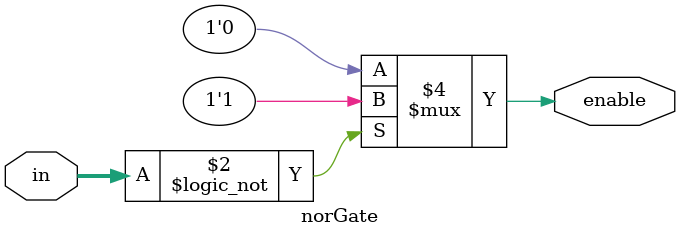
<source format=v>
module norGate(input[32:0] in, output reg enable);
always@(*)
begin
	if(in == 0)
	enable <= 1;
	else
		enable <= 0;
end
endmodule
</source>
